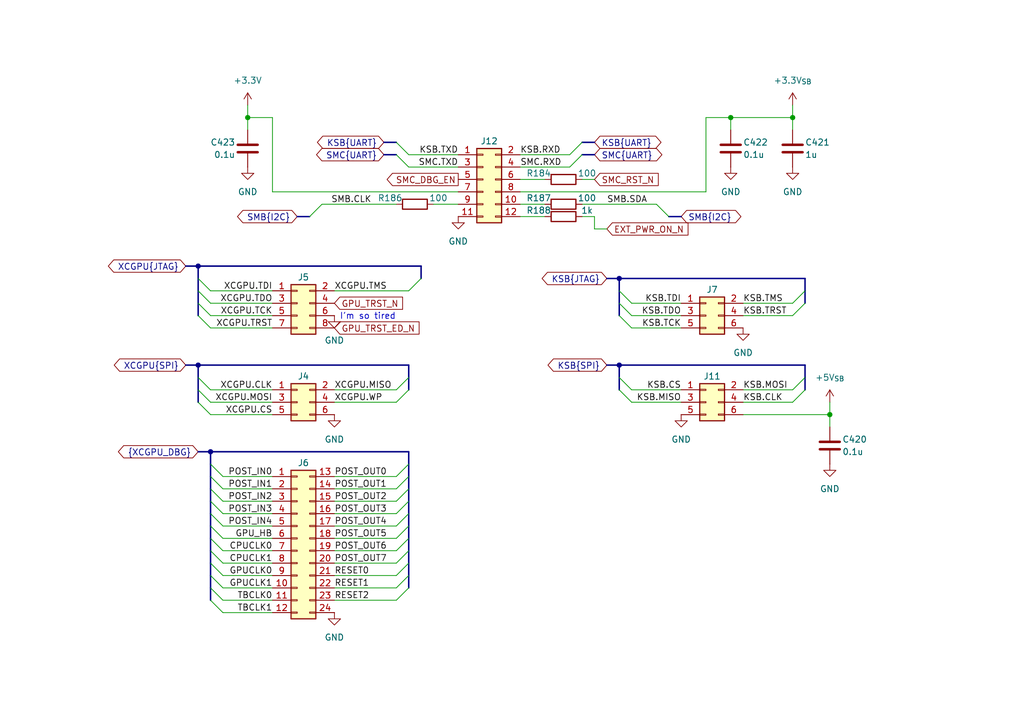
<source format=kicad_sch>
(kicad_sch (version 20250114) (generator "eeschema") (generator_version "9.0")
  (paper "A5")
  (lib_symbols
    (symbol "Connector_Generic:Conn_02x03_Odd_Even" (pin_names (offset 1.016) (hide yes))
      (property "Reference" "J" (at 1.27 5.08 0))
      (property "Value" "Conn_02x03_Odd_Even" (at 1.27 -5.08 0))
      (symbol "Conn_02x03_Odd_Even_1_1"
        (rectangle (start -1.27 3.81) (end 3.81 -3.81) (stroke (width 0.254)) (fill (type background)))
        (rectangle (start -1.27 2.667) (end 0 2.413) (stroke (width 0.1524)))
        (rectangle (start -1.27 0.127) (end 0 -0.127) (stroke (width 0.1524)))
        (rectangle (start -1.27 -2.413) (end 0 -2.667) (stroke (width 0.1524)))
        (rectangle (start 3.81 2.667) (end 2.54 2.413) (stroke (width 0.1524)))
        (rectangle (start 3.81 0.127) (end 2.54 -0.127) (stroke (width 0.1524)))
        (rectangle (start 3.81 -2.413) (end 2.54 -2.667) (stroke (width 0.1524)))
        (pin passive line (at -5.08 2.54 0) (length 3.81) (name "Pin_1") (number "1"))
        (pin passive line (at -5.08 0 0) (length 3.81) (name "Pin_3") (number "3"))
        (pin passive line (at -5.08 -2.54 0) (length 3.81) (name "Pin_5") (number "5"))
        (pin passive line (at 7.62 2.54 180) (length 3.81) (name "Pin_2") (number "2"))
        (pin passive line (at 7.62 0 180) (length 3.81) (name "Pin_4") (number "4"))
        (pin passive line (at 7.62 -2.54 180) (length 3.81) (name "Pin_6") (number "6"))
      )
    )
    (symbol "Connector_Generic:Conn_02x04_Odd_Even" (pin_names (offset 1.016) (hide yes))
      (property "Reference" "J" (at 1.27 5.08 0))
      (property "Value" "Conn_02x04_Odd_Even" (at 1.27 -7.62 0))
      (symbol "Conn_02x04_Odd_Even_1_1"
        (rectangle (start -1.27 3.81) (end 3.81 -6.35) (stroke (width 0.254)) (fill (type background)))
        (rectangle (start -1.27 2.667) (end 0 2.413) (stroke (width 0.1524)))
        (rectangle (start -1.27 0.127) (end 0 -0.127) (stroke (width 0.1524)))
        (rectangle (start -1.27 -2.413) (end 0 -2.667) (stroke (width 0.1524)))
        (rectangle (start -1.27 -4.953) (end 0 -5.207) (stroke (width 0.1524)))
        (rectangle (start 3.81 2.667) (end 2.54 2.413) (stroke (width 0.1524)))
        (rectangle (start 3.81 0.127) (end 2.54 -0.127) (stroke (width 0.1524)))
        (rectangle (start 3.81 -2.413) (end 2.54 -2.667) (stroke (width 0.1524)))
        (rectangle (start 3.81 -4.953) (end 2.54 -5.207) (stroke (width 0.1524)))
        (pin passive line (at -5.08 2.54 0) (length 3.81) (name "Pin_1") (number "1"))
        (pin passive line (at -5.08 0 0) (length 3.81) (name "Pin_3") (number "3"))
        (pin passive line (at -5.08 -2.54 0) (length 3.81) (name "Pin_5") (number "5"))
        (pin passive line (at -5.08 -5.08 0) (length 3.81) (name "Pin_7") (number "7"))
        (pin passive line (at 7.62 2.54 180) (length 3.81) (name "Pin_2") (number "2"))
        (pin passive line (at 7.62 0 180) (length 3.81) (name "Pin_4") (number "4"))
        (pin passive line (at 7.62 -2.54 180) (length 3.81) (name "Pin_6") (number "6"))
        (pin passive line (at 7.62 -5.08 180) (length 3.81) (name "Pin_8") (number "8"))
      )
    )
    (symbol "Connector_Generic:Conn_02x06_Odd_Even" (pin_names (offset 1.016) (hide yes))
      (property "Reference" "J" (at 1.27 7.62 0))
      (property "Value" "Conn_02x06_Odd_Even" (at 1.27 -10.16 0))
      (symbol "Conn_02x06_Odd_Even_1_1"
        (rectangle (start -1.27 6.35) (end 3.81 -8.89) (stroke (width 0.254)) (fill (type background)))
        (rectangle (start -1.27 5.207) (end 0 4.953) (stroke (width 0.1524)))
        (rectangle (start -1.27 2.667) (end 0 2.413) (stroke (width 0.1524)))
        (rectangle (start -1.27 0.127) (end 0 -0.127) (stroke (width 0.1524)))
        (rectangle (start -1.27 -2.413) (end 0 -2.667) (stroke (width 0.1524)))
        (rectangle (start -1.27 -4.953) (end 0 -5.207) (stroke (width 0.1524)))
        (rectangle (start -1.27 -7.493) (end 0 -7.747) (stroke (width 0.1524)))
        (rectangle (start 3.81 5.207) (end 2.54 4.953) (stroke (width 0.1524)))
        (rectangle (start 3.81 2.667) (end 2.54 2.413) (stroke (width 0.1524)))
        (rectangle (start 3.81 0.127) (end 2.54 -0.127) (stroke (width 0.1524)))
        (rectangle (start 3.81 -2.413) (end 2.54 -2.667) (stroke (width 0.1524)))
        (rectangle (start 3.81 -4.953) (end 2.54 -5.207) (stroke (width 0.1524)))
        (rectangle (start 3.81 -7.493) (end 2.54 -7.747) (stroke (width 0.1524)))
        (pin passive line (at -5.08 5.08 0) (length 3.81) (name "Pin_1") (number "1"))
        (pin passive line (at -5.08 2.54 0) (length 3.81) (name "Pin_3") (number "3"))
        (pin passive line (at -5.08 0 0) (length 3.81) (name "Pin_5") (number "5"))
        (pin passive line (at -5.08 -2.54 0) (length 3.81) (name "Pin_7") (number "7"))
        (pin passive line (at -5.08 -5.08 0) (length 3.81) (name "Pin_9") (number "9"))
        (pin passive line (at -5.08 -7.62 0) (length 3.81) (name "Pin_11") (number "11"))
        (pin passive line (at 7.62 5.08 180) (length 3.81) (name "Pin_2") (number "2"))
        (pin passive line (at 7.62 2.54 180) (length 3.81) (name "Pin_4") (number "4"))
        (pin passive line (at 7.62 0 180) (length 3.81) (name "Pin_6") (number "6"))
        (pin passive line (at 7.62 -2.54 180) (length 3.81) (name "Pin_8") (number "8"))
        (pin passive line (at 7.62 -5.08 180) (length 3.81) (name "Pin_10") (number "10"))
        (pin passive line (at 7.62 -7.62 180) (length 3.81) (name "Pin_12") (number "12"))
      )
    )
    (symbol "Connector_Generic:Conn_02x12_Top_Bottom" (pin_names (offset 1.016) (hide yes))
      (property "Reference" "J" (at 1.27 15.24 0))
      (property "Value" "Conn_02x12_Top_Bottom" (at 1.27 -17.78 0))
      (symbol "Conn_02x12_Top_Bottom_1_1"
        (rectangle (start -1.27 13.97) (end 3.81 -16.51) (stroke (width 0.254)) (fill (type background)))
        (rectangle (start -1.27 12.827) (end 0 12.573) (stroke (width 0.1524)))
        (rectangle (start -1.27 10.287) (end 0 10.033) (stroke (width 0.1524)))
        (rectangle (start -1.27 7.747) (end 0 7.493) (stroke (width 0.1524)))
        (rectangle (start -1.27 5.207) (end 0 4.953) (stroke (width 0.1524)))
        (rectangle (start -1.27 2.667) (end 0 2.413) (stroke (width 0.1524)))
        (rectangle (start -1.27 0.127) (end 0 -0.127) (stroke (width 0.1524)))
        (rectangle (start -1.27 -2.413) (end 0 -2.667) (stroke (width 0.1524)))
        (rectangle (start -1.27 -4.953) (end 0 -5.207) (stroke (width 0.1524)))
        (rectangle (start -1.27 -7.493) (end 0 -7.747) (stroke (width 0.1524)))
        (rectangle (start -1.27 -10.033) (end 0 -10.287) (stroke (width 0.1524)))
        (rectangle (start -1.27 -12.573) (end 0 -12.827) (stroke (width 0.1524)))
        (rectangle (start -1.27 -15.113) (end 0 -15.367) (stroke (width 0.1524)))
        (rectangle (start 3.81 12.827) (end 2.54 12.573) (stroke (width 0.1524)))
        (rectangle (start 3.81 10.287) (end 2.54 10.033) (stroke (width 0.1524)))
        (rectangle (start 3.81 7.747) (end 2.54 7.493) (stroke (width 0.1524)))
        (rectangle (start 3.81 5.207) (end 2.54 4.953) (stroke (width 0.1524)))
        (rectangle (start 3.81 2.667) (end 2.54 2.413) (stroke (width 0.1524)))
        (rectangle (start 3.81 0.127) (end 2.54 -0.127) (stroke (width 0.1524)))
        (rectangle (start 3.81 -2.413) (end 2.54 -2.667) (stroke (width 0.1524)))
        (rectangle (start 3.81 -4.953) (end 2.54 -5.207) (stroke (width 0.1524)))
        (rectangle (start 3.81 -7.493) (end 2.54 -7.747) (stroke (width 0.1524)))
        (rectangle (start 3.81 -10.033) (end 2.54 -10.287) (stroke (width 0.1524)))
        (rectangle (start 3.81 -12.573) (end 2.54 -12.827) (stroke (width 0.1524)))
        (rectangle (start 3.81 -15.113) (end 2.54 -15.367) (stroke (width 0.1524)))
        (pin passive line (at -5.08 12.7 0) (length 3.81) (name "Pin_1") (number "1"))
        (pin passive line (at -5.08 10.16 0) (length 3.81) (name "Pin_2") (number "2"))
        (pin passive line (at -5.08 7.62 0) (length 3.81) (name "Pin_3") (number "3"))
        (pin passive line (at -5.08 5.08 0) (length 3.81) (name "Pin_4") (number "4"))
        (pin passive line (at -5.08 2.54 0) (length 3.81) (name "Pin_5") (number "5"))
        (pin passive line (at -5.08 0 0) (length 3.81) (name "Pin_6") (number "6"))
        (pin passive line (at -5.08 -2.54 0) (length 3.81) (name "Pin_7") (number "7"))
        (pin passive line (at -5.08 -5.08 0) (length 3.81) (name "Pin_8") (number "8"))
        (pin passive line (at -5.08 -7.62 0) (length 3.81) (name "Pin_9") (number "9"))
        (pin passive line (at -5.08 -10.16 0) (length 3.81) (name "Pin_10") (number "10"))
        (pin passive line (at -5.08 -12.7 0) (length 3.81) (name "Pin_11") (number "11"))
        (pin passive line (at -5.08 -15.24 0) (length 3.81) (name "Pin_12") (number "12"))
        (pin passive line (at 7.62 12.7 180) (length 3.81) (name "Pin_13") (number "13"))
        (pin passive line (at 7.62 10.16 180) (length 3.81) (name "Pin_14") (number "14"))
        (pin passive line (at 7.62 7.62 180) (length 3.81) (name "Pin_15") (number "15"))
        (pin passive line (at 7.62 5.08 180) (length 3.81) (name "Pin_16") (number "16"))
        (pin passive line (at 7.62 2.54 180) (length 3.81) (name "Pin_17") (number "17"))
        (pin passive line (at 7.62 0 180) (length 3.81) (name "Pin_18") (number "18"))
        (pin passive line (at 7.62 -2.54 180) (length 3.81) (name "Pin_19") (number "19"))
        (pin passive line (at 7.62 -5.08 180) (length 3.81) (name "Pin_20") (number "20"))
        (pin passive line (at 7.62 -7.62 180) (length 3.81) (name "Pin_21") (number "21"))
        (pin passive line (at 7.62 -10.16 180) (length 3.81) (name "Pin_22") (number "22"))
        (pin passive line (at 7.62 -12.7 180) (length 3.81) (name "Pin_23") (number "23"))
        (pin passive line (at 7.62 -15.24 180) (length 3.81) (name "Pin_24") (number "24"))
      )
    )
    (symbol "Device:C" (pin_numbers (hide yes)) (pin_names (offset 0.254))
      (property "Reference" "C" (at 0.635 2.54 0))
      (property "Value" "C" (at 0.635 -2.54 0))
      (symbol "C_0_1"
        (polyline (pts (xy -2.032 0.762) (xy 2.032 0.762)) (stroke (width 0.508)))
        (polyline (pts (xy -2.032 -0.762) (xy 2.032 -0.762)) (stroke (width 0.508)))
      )
      (symbol "C_1_1"
        (pin passive line (at 0 3.81 270) (length 2.794) (name "~") (number "1"))
        (pin passive line (at 0 -3.81 90) (length 2.794) (name "~") (number "2"))
      )
    )
    (symbol "Device:R" (pin_numbers (hide yes)) (pin_names (offset 0))
      (property "Reference" "R" (at 2.032 0 90))
      (property "Value" "R" (at 0 0 90))
      (symbol "R_0_1"
        (rectangle (start -1.016 -2.54) (end 1.016 2.54) (stroke (width 0.254)))
      )
      (symbol "R_1_1"
        (pin passive line (at 0 3.81 270) (length 1.27) (name "~") (number "1"))
        (pin passive line (at 0 -3.81 90) (length 1.27) (name "~") (number "2"))
      )
    )
    (symbol "power:+3.3V" (power) (pin_numbers (hide yes)) (pin_names (offset 0) (hide yes))
      (property "Value" "+3.3V" (at 0 3.556 0))
      (symbol "+3.3V_0_1"
        (polyline (pts (xy -0.762 1.27) (xy 0 2.54)))
        (polyline (pts (xy 0 2.54) (xy 0.762 1.27)))
        (polyline (pts (xy 0 0) (xy 0 2.54)))
      )
      (symbol "+3.3V_1_1"
        (pin power_in line (at 0 0 90) (length 0) (name "~") (number "1"))
      )
    )
    (symbol "power:+5V" (power) (pin_numbers (hide yes)) (pin_names (offset 0) (hide yes))
      (property "Value" "+5V" (at 0 3.556 0))
      (symbol "+5V_0_1"
        (polyline (pts (xy -0.762 1.27) (xy 0 2.54)))
        (polyline (pts (xy 0 2.54) (xy 0.762 1.27)))
        (polyline (pts (xy 0 0) (xy 0 2.54)))
      )
      (symbol "+5V_1_1"
        (pin power_in line (at 0 0 90) (length 0) (name "~") (number "1"))
      )
    )
    (symbol "power:GND" (power) (pin_numbers (hide yes)) (pin_names (offset 0) (hide yes))
      (property "Value" "GND" (at 0 -3.81 0))
      (symbol "GND_0_1"
        (polyline (pts (xy 0 0) (xy 0 -1.27) (xy 1.27 -1.27) (xy 0 -2.54) (xy -1.27 -1.27) (xy 0 -1.27)))
      )
      (symbol "GND_1_1"
        (pin power_in line (at 0 0 270) (length 0) (name "~") (number "1"))
      )
    )
  )
  (text "I'm so tired" (at 75.438 65.024 0) (effects (font (size 1.27 1.27))))
  (junction (at 40.64 54.61))
  (junction (at 162.56 24.13))
  (junction (at 127 74.93))
  (junction (at 127 57.15))
  (junction (at 43.18 92.71))
  (junction (at 149.86 24.13))
  (junction (at 40.64 74.93))
  (junction (at 50.8 24.13))
  (junction (at 170.18 85.09))
  (bus_entry (at 127 62.23) (size 2.54 2.54))
  (bus_entry (at 165.1 59.69) (size -2.54 2.54))
  (bus_entry (at 40.64 64.77) (size 2.54 2.54))
  (bus_entry (at 83.82 115.57) (size -2.54 2.54))
  (bus_entry (at 63.5 44.45) (size 2.54 -2.54))
  (bus_entry (at 127 64.77) (size 2.54 2.54))
  (bus_entry (at 83.82 102.87) (size -2.54 2.54))
  (bus_entry (at 83.82 113.03) (size -2.54 2.54))
  (bus_entry (at 127 80.01) (size 2.54 2.54))
  (bus_entry (at 43.18 113.03) (size 2.54 2.54))
  (bus_entry (at 40.64 57.15) (size 2.54 2.54))
  (bus_entry (at 83.82 95.25) (size -2.54 2.54))
  (bus_entry (at 43.18 97.79) (size 2.54 2.54))
  (bus_entry (at 83.82 77.47) (size -2.54 2.54))
  (bus_entry (at 40.64 59.69) (size 2.54 2.54))
  (bus_entry (at 43.18 115.57) (size 2.54 2.54))
  (bus_entry (at 40.64 77.47) (size 2.54 2.54))
  (bus_entry (at 43.18 110.49) (size 2.54 2.54))
  (bus_entry (at 40.64 82.55) (size 2.54 2.54))
  (bus_entry (at 81.28 31.75) (size 2.54 2.54))
  (bus_entry (at 40.64 62.23) (size 2.54 2.54))
  (bus_entry (at 119.38 29.21) (size -2.54 2.54))
  (bus_entry (at 83.82 80.01) (size -2.54 2.54))
  (bus_entry (at 43.18 107.95) (size 2.54 2.54))
  (bus_entry (at 137.16 44.45) (size -2.54 -2.54))
  (bus_entry (at 43.18 123.19) (size 2.54 2.54))
  (bus_entry (at 43.18 95.25) (size 2.54 2.54))
  (bus_entry (at 43.18 105.41) (size 2.54 2.54))
  (bus_entry (at 119.38 31.75) (size -2.54 2.54))
  (bus_entry (at 43.18 118.11) (size 2.54 2.54))
  (bus_entry (at 43.18 102.87) (size 2.54 2.54))
  (bus_entry (at 43.18 120.65) (size 2.54 2.54))
  (bus_entry (at 43.18 100.33) (size 2.54 2.54))
  (bus_entry (at 83.82 107.95) (size -2.54 2.54))
  (bus_entry (at 83.82 97.79) (size -2.54 2.54))
  (bus_entry (at 83.82 105.41) (size -2.54 2.54))
  (bus_entry (at 83.82 118.11) (size -2.54 2.54))
  (bus_entry (at 86.36 57.15) (size -2.54 2.54))
  (bus_entry (at 83.82 100.33) (size -2.54 2.54))
  (bus_entry (at 83.82 110.49) (size -2.54 2.54))
  (bus_entry (at 127 77.47) (size 2.54 2.54))
  (bus_entry (at 165.1 62.23) (size -2.54 2.54))
  (bus_entry (at 165.1 80.01) (size -2.54 2.54))
  (bus_entry (at 83.82 120.65) (size -2.54 2.54))
  (bus_entry (at 127 59.69) (size 2.54 2.54))
  (bus_entry (at 81.28 29.21) (size 2.54 2.54))
  (bus_entry (at 165.1 77.47) (size -2.54 2.54))
  (bus_entry (at 40.64 80.01) (size 2.54 2.54))
  (wire (pts (xy 129.54 82.55) (xy 139.7 82.55)))
  (bus (pts (xy 83.82 105.41) (xy 83.82 107.95)))
  (wire (pts (xy 162.56 24.13) (xy 162.56 26.67)))
  (wire (pts (xy 68.58 113.03) (xy 81.28 113.03)))
  (bus (pts (xy 43.18 105.41) (xy 43.18 107.95)))
  (wire (pts (xy 144.78 24.13) (xy 149.86 24.13)))
  (bus (pts (xy 43.18 92.71) (xy 43.18 95.25)))
  (wire (pts (xy 106.68 44.45) (xy 111.76 44.45)))
  (bus (pts (xy 127 57.15) (xy 127 59.69)))
  (wire (pts (xy 45.72 123.19) (xy 55.88 123.19)))
  (wire (pts (xy 50.8 21.59) (xy 50.8 24.13)))
  (bus (pts (xy 127 59.69) (xy 127 62.23)))
  (bus (pts (xy 40.64 62.23) (xy 40.64 59.69)))
  (bus (pts (xy 83.82 113.03) (xy 83.82 115.57)))
  (wire (pts (xy 68.58 80.01) (xy 81.28 80.01)))
  (bus (pts (xy 60.96 44.45) (xy 63.5 44.45)))
  (wire (pts (xy 45.72 118.11) (xy 55.88 118.11)))
  (wire (pts (xy 149.86 24.13) (xy 149.86 26.67)))
  (wire (pts (xy 43.18 62.23) (xy 55.88 62.23)))
  (wire (pts (xy 68.58 82.55) (xy 81.28 82.55)))
  (wire (pts (xy 43.18 59.69) (xy 55.88 59.69)))
  (bus (pts (xy 43.18 115.57) (xy 43.18 118.11)))
  (bus (pts (xy 124.46 74.93) (xy 127 74.93)))
  (wire (pts (xy 66.04 41.91) (xy 81.28 41.91)))
  (wire (pts (xy 170.18 85.09) (xy 170.18 87.63)))
  (wire (pts (xy 43.18 82.55) (xy 55.88 82.55)))
  (wire (pts (xy 121.92 36.83) (xy 119.38 36.83)))
  (wire (pts (xy 55.88 85.09) (xy 43.18 85.09)))
  (wire (pts (xy 68.58 97.79) (xy 81.28 97.79)))
  (wire (pts (xy 68.58 118.11) (xy 81.28 118.11)))
  (bus (pts (xy 165.1 74.93) (xy 127 74.93)))
  (bus (pts (xy 40.64 77.47) (xy 40.64 80.01)))
  (bus (pts (xy 165.1 57.15) (xy 127 57.15)))
  (wire (pts (xy 45.72 110.49) (xy 55.88 110.49)))
  (wire (pts (xy 45.72 102.87) (xy 55.88 102.87)))
  (wire (pts (xy 121.92 44.45) (xy 121.92 46.99)))
  (bus (pts (xy 121.92 29.21) (xy 119.38 29.21)))
  (wire (pts (xy 43.18 80.01) (xy 55.88 80.01)))
  (wire (pts (xy 116.84 31.75) (xy 106.68 31.75)))
  (wire (pts (xy 116.84 34.29) (xy 106.68 34.29)))
  (bus (pts (xy 40.64 64.77) (xy 40.64 62.23)))
  (wire (pts (xy 68.58 105.41) (xy 81.28 105.41)))
  (wire (pts (xy 45.72 100.33) (xy 55.88 100.33)))
  (bus (pts (xy 43.18 107.95) (xy 43.18 110.49)))
  (wire (pts (xy 68.58 107.95) (xy 81.28 107.95)))
  (bus (pts (xy 127 62.23) (xy 127 64.77)))
  (bus (pts (xy 124.46 57.15) (xy 127 57.15)))
  (wire (pts (xy 111.76 41.91) (xy 106.68 41.91)))
  (wire (pts (xy 45.72 107.95) (xy 55.88 107.95)))
  (bus (pts (xy 43.18 100.33) (xy 43.18 102.87)))
  (wire (pts (xy 50.8 24.13) (xy 50.8 26.67)))
  (wire (pts (xy 106.68 39.37) (xy 144.78 39.37)))
  (bus (pts (xy 83.82 107.95) (xy 83.82 110.49)))
  (wire (pts (xy 121.92 46.99) (xy 124.46 46.99)))
  (wire (pts (xy 45.72 120.65) (xy 55.88 120.65)))
  (wire (pts (xy 55.88 24.13) (xy 55.88 39.37)))
  (wire (pts (xy 152.4 62.23) (xy 162.56 62.23)))
  (wire (pts (xy 83.82 31.75) (xy 93.98 31.75)))
  (wire (pts (xy 55.88 39.37) (xy 93.98 39.37)))
  (bus (pts (xy 43.18 95.25) (xy 43.18 97.79)))
  (bus (pts (xy 83.82 92.71) (xy 83.82 95.25)))
  (wire (pts (xy 170.18 85.09) (xy 152.4 85.09)))
  (wire (pts (xy 68.58 120.65) (xy 81.28 120.65)))
  (wire (pts (xy 68.58 102.87) (xy 81.28 102.87)))
  (wire (pts (xy 45.72 105.41) (xy 55.88 105.41)))
  (bus (pts (xy 43.18 97.79) (xy 43.18 100.33)))
  (wire (pts (xy 162.56 21.59) (xy 162.56 24.13)))
  (bus (pts (xy 139.7 44.45) (xy 137.16 44.45)))
  (bus (pts (xy 83.82 118.11) (xy 83.82 120.65)))
  (bus (pts (xy 43.18 113.03) (xy 43.18 115.57)))
  (wire (pts (xy 68.58 100.33) (xy 81.28 100.33)))
  (wire (pts (xy 68.58 110.49) (xy 81.28 110.49)))
  (wire (pts (xy 134.62 41.91) (xy 119.38 41.91)))
  (wire (pts (xy 111.76 36.83) (xy 106.68 36.83)))
  (bus (pts (xy 127 77.47) (xy 127 80.01)))
  (wire (pts (xy 88.9 41.91) (xy 93.98 41.91)))
  (bus (pts (xy 83.82 74.93) (xy 40.64 74.93)))
  (bus (pts (xy 38.1 54.61) (xy 40.64 54.61)))
  (bus (pts (xy 40.64 80.01) (xy 40.64 82.55)))
  (bus (pts (xy 40.64 59.69) (xy 40.64 57.15)))
  (bus (pts (xy 121.92 31.75) (xy 119.38 31.75)))
  (bus (pts (xy 43.18 110.49) (xy 43.18 113.03)))
  (bus (pts (xy 83.82 97.79) (xy 83.82 100.33)))
  (wire (pts (xy 68.58 123.19) (xy 81.28 123.19)))
  (wire (pts (xy 43.18 64.77) (xy 55.88 64.77)))
  (wire (pts (xy 152.4 64.77) (xy 162.56 64.77)))
  (bus (pts (xy 83.82 100.33) (xy 83.82 102.87)))
  (bus (pts (xy 40.64 74.93) (xy 40.64 77.47)))
  (bus (pts (xy 40.64 92.71) (xy 43.18 92.71)))
  (wire (pts (xy 129.54 67.31) (xy 139.7 67.31)))
  (wire (pts (xy 43.18 67.31) (xy 55.88 67.31)))
  (bus (pts (xy 83.82 95.25) (xy 83.82 97.79)))
  (wire (pts (xy 45.72 115.57) (xy 55.88 115.57)))
  (bus (pts (xy 43.18 102.87) (xy 43.18 105.41)))
  (bus (pts (xy 40.64 54.61) (xy 40.64 57.15)))
  (bus (pts (xy 83.82 77.47) (xy 83.82 80.01)))
  (wire (pts (xy 45.72 97.79) (xy 55.88 97.79)))
  (wire (pts (xy 45.72 125.73) (xy 55.88 125.73)))
  (bus (pts (xy 43.18 92.71) (xy 83.82 92.71)))
  (bus (pts (xy 83.82 102.87) (xy 83.82 105.41)))
  (bus (pts (xy 78.74 29.21) (xy 81.28 29.21)))
  (wire (pts (xy 152.4 80.01) (xy 162.56 80.01)))
  (bus (pts (xy 165.1 74.93) (xy 165.1 77.47)))
  (bus (pts (xy 165.1 77.47) (xy 165.1 80.01)))
  (bus (pts (xy 40.64 54.61) (xy 86.36 54.61)))
  (wire (pts (xy 119.38 44.45) (xy 121.92 44.45)))
  (bus (pts (xy 83.82 110.49) (xy 83.82 113.03)))
  (wire (pts (xy 50.8 24.13) (xy 55.88 24.13)))
  (wire (pts (xy 129.54 62.23) (xy 139.7 62.23)))
  (wire (pts (xy 45.72 113.03) (xy 55.88 113.03)))
  (wire (pts (xy 68.58 59.69) (xy 83.82 59.69)))
  (bus (pts (xy 78.74 31.75) (xy 81.28 31.75)))
  (bus (pts (xy 83.82 115.57) (xy 83.82 118.11)))
  (bus (pts (xy 86.36 54.61) (xy 86.36 57.15)))
  (bus (pts (xy 43.18 120.65) (xy 43.18 123.19)))
  (wire (pts (xy 162.56 24.13) (xy 149.86 24.13)))
  (bus (pts (xy 38.1 74.93) (xy 40.64 74.93)))
  (wire (pts (xy 68.58 115.57) (xy 81.28 115.57)))
  (bus (pts (xy 165.1 57.15) (xy 165.1 59.69)))
  (bus (pts (xy 127 74.93) (xy 127 77.47)))
  (bus (pts (xy 165.1 59.69) (xy 165.1 62.23)))
  (wire (pts (xy 152.4 82.55) (xy 162.56 82.55)))
  (wire (pts (xy 83.82 34.29) (xy 93.98 34.29)))
  (bus (pts (xy 83.82 74.93) (xy 83.82 77.47)))
  (wire (pts (xy 129.54 64.77) (xy 139.7 64.77)))
  (wire (pts (xy 129.54 80.01) (xy 139.7 80.01)))
  (wire (pts (xy 144.78 24.13) (xy 144.78 39.37)))
  (bus (pts (xy 43.18 118.11) (xy 43.18 120.65)))
  (wire (pts (xy 170.18 82.55) (xy 170.18 85.09)))
  (label "POST_OUT1" (at 68.58 100.33 0))
  (label "KSB.RXD" (at 106.68 31.75 0))
  (label "XCGPU.TDI" (at 55.88 59.69 180))
  (label "KSB.MISO" (at 139.7 82.55 180))
  (label "POST_IN3" (at 55.88 105.41 180))
  (label "SMB.SDA" (at 124.46 41.91 0))
  (label "XCGPU.TMS" (at 68.58 59.69 0))
  (label "TBCLK1" (at 55.88 125.73 180))
  (label "XCGPU.CLK" (at 55.88 80.01 180))
  (label "GPUCLK0" (at 55.88 118.11 180))
  (label "XCGPU.MOSI" (at 55.88 82.55 180))
  (label "RESET1" (at 68.58 120.65 0))
  (label "RESET0" (at 68.58 118.11 0))
  (label "KSB.TXD" (at 93.98 31.75 180))
  (label "SMC.TXD" (at 93.98 34.29 180))
  (label "RESET2" (at 68.58 123.19 0))
  (label "XCGPU.MISO" (at 68.58 80.01 0))
  (label "XCGPU.WP" (at 68.58 82.55 0))
  (label "KSB.TCK" (at 139.7 67.31 180))
  (label "KSB.TDO" (at 139.7 64.77 180))
  (label "POST_IN0" (at 55.88 97.79 180))
  (label "KSB.TMS" (at 152.4 62.23 0))
  (label "CPUCLK0" (at 55.88 113.03 180))
  (label "POST_OUT7" (at 68.58 115.57 0))
  (label "XCGPU.TCK" (at 55.88 64.77 180))
  (label "POST_OUT6" (at 68.58 113.03 0))
  (label "XCGPU.CS" (at 55.88 85.09 180))
  (label "CPUCLK1" (at 55.88 115.57 180))
  (label "GPUCLK1" (at 55.88 120.65 180))
  (label "POST_IN1" (at 55.88 100.33 180))
  (label "KSB.MOSI" (at 152.4 80.01 0))
  (label "POST_OUT4" (at 68.58 107.95 0))
  (label "GPU_HB" (at 55.88 110.49 180))
  (label "POST_OUT5" (at 68.58 110.49 0))
  (label "POST_OUT3" (at 68.58 105.41 0))
  (label "KSB.TRST" (at 152.4 64.77 0))
  (label "SMB.CLK" (at 76.2 41.91 180))
  (label "POST_IN4" (at 55.88 107.95 180))
  (label "KSB.CS" (at 139.7 80.01 180))
  (label "KSB.TDI" (at 139.7 62.23 180))
  (label "POST_OUT2" (at 68.58 102.87 0))
  (label "XCGPU.TRST" (at 55.88 67.31 180))
  (label "KSB.CLK" (at 152.4 82.55 0))
  (label "SMC.RXD" (at 106.68 34.29 0))
  (label "POST_OUT0" (at 68.58 97.79 0))
  (label "TBCLK0" (at 55.88 123.19 180))
  (label "XCGPU.TDO" (at 55.88 62.23 180))
  (label "POST_IN2" (at 55.88 102.87 180))
  (global_label "{XCGPU_DBG}" (shape bidirectional) (at 40.64 92.71 180) (property "Intersheetrefs" "${INTERSHEET_REFS}" (at 23.7225 92.71 0) (effects (justify right))))
  (global_label "SMB{I2C}" (shape bidirectional) (at 60.96 44.45 180) (property "Intersheetrefs" "${INTERSHEET_REFS}" (at 48.1549 44.45 0) (effects (justify right))))
  (global_label "GPU_TRST_ED_N" (shape input) (at 68.58 67.31 0) (property "Intersheetrefs" "${INTERSHEET_REFS}" (at 86.5027 67.31 0) (effects (justify left))))
  (global_label "SMC{UART}" (shape bidirectional) (at 121.92 31.75 0) (property "Intersheetrefs" "${INTERSHEET_REFS}" (at 136.2975 31.75 0) (effects (justify left))))
  (global_label "EXT_PWR_ON_N" (shape input) (at 124.46 46.99 0) (property "Intersheetrefs" "${INTERSHEET_REFS}" (at 141.657 46.99 0) (effects (justify left))))
  (global_label "GPU_TRST_N" (shape input) (at 68.58 62.23 0) (property "Intersheetrefs" "${INTERSHEET_REFS}" (at 83.1161 62.23 0) (effects (justify left))))
  (global_label "SMC_DBG_EN" (shape output) (at 93.98 36.83 180) (property "Intersheetrefs" "${INTERSHEET_REFS}" (at 78.8392 36.83 0) (effects (justify right))))
  (global_label "SMC{UART}" (shape bidirectional) (at 78.74 31.75 180) (property "Intersheetrefs" "${INTERSHEET_REFS}" (at 64.3625 31.75 0) (effects (justify right))))
  (global_label "KSB{UART}" (shape bidirectional) (at 121.92 29.21 0) (property "Intersheetrefs" "${INTERSHEET_REFS}" (at 136.1161 29.21 0) (effects (justify left))))
  (global_label "XCGPU{SPI}" (shape bidirectional) (at 38.1 74.93 180) (property "Intersheetrefs" "${INTERSHEET_REFS}" (at 22.8758 74.93 0) (effects (justify right))))
  (global_label "SMC_RST_N" (shape input) (at 121.92 36.83 0) (property "Intersheetrefs" "${INTERSHEET_REFS}" (at 135.5489 36.83 0) (effects (justify left))))
  (global_label "KSB{JTAG}" (shape bidirectional) (at 124.46 57.15 180) (property "Intersheetrefs" "${INTERSHEET_REFS}" (at 110.6268 57.15 0) (effects (justify right))))
  (global_label "KSB{UART}" (shape bidirectional) (at 78.74 29.21 180) (property "Intersheetrefs" "${INTERSHEET_REFS}" (at 64.5439 29.21 0) (effects (justify right))))
  (global_label "XCGPU{JTAG}" (shape bidirectional) (at 38.1 54.61 180) (property "Intersheetrefs" "${INTERSHEET_REFS}" (at 21.6663 54.61 0) (effects (justify right))))
  (global_label "KSB{SPI}" (shape bidirectional) (at 124.46 74.93 180) (property "Intersheetrefs" "${INTERSHEET_REFS}" (at 111.8363 74.93 0) (effects (justify right))))
  (global_label "SMB{I2C}" (shape bidirectional) (at 139.7 44.45 0) (property "Intersheetrefs" "${INTERSHEET_REFS}" (at 152.5051 44.45 0) (effects (justify left))))
  (symbol (lib_id "power:GND") (at 93.98 44.45 0) (unit 1)
    (property "Reference" "#PWR0388" (effects (hide yes)))
    (property "Value" "GND" (at 93.98 49.53 0))
    (property "Description" "Power symbol creates a global label with name \"GND\" , ground" (effects (hide yes)))
  )
  (symbol (lib_id "power:GND") (at 68.58 85.09 0) (unit 1)
    (property "Reference" "#PWR0234" (effects (hide yes)))
    (property "Value" "GND" (at 68.58 90.17 0))
    (property "Description" "Power symbol creates a global label with name \"GND\" , ground" (effects (hide yes)))
  )
  (symbol (lib_id "Connector_Generic:Conn_02x03_Odd_Even") (at 60.96 82.55 0) (unit 1)
    (property "Reference" "J4" (at 62.23 77.216 0))
    (property "Value" "Conn_02x03_Odd_Even" (effects (hide yes)))
    (property "Description" "Generic connector, double row, 02x03, odd/even pin numbering scheme (row 1 odd numbers, row 2 even numbers), script generated (kicad-library-utils/schlib/autogen/connector/)" (effects (hide yes)))
  )
  (symbol (lib_id "power:GND") (at 162.56 34.29 0) (unit 1)
    (property "Reference" "#PWR0384" (effects (hide yes)))
    (property "Value" "GND" (at 162.56 39.37 0))
    (property "Description" "Power symbol creates a global label with name \"GND\" , ground" (effects (hide yes)))
  )
  (symbol (lib_id "Device:C") (at 170.18 91.44 0) (unit 1)
    (property "Reference" "C420" (at 172.72 90.17 0) (effects (justify left)))
    (property "Value" "0.1u" (at 172.72 92.71 0) (effects (justify left)))
    (property "Description" "Unpolarized capacitor" (effects (hide yes)))
  )
  (symbol (lib_id "Device:C") (at 50.8 30.48 0) (mirror y) (unit 1)
    (property "Reference" "C423" (at 48.26 29.21 0) (effects (justify left)))
    (property "Value" "0.1u" (at 48.26 31.75 0) (effects (justify left)))
    (property "Description" "Unpolarized capacitor" (effects (hide yes)))
  )
  (symbol (lib_id "Device:R") (at 115.57 36.83 90) (unit 1)
    (property "Reference" "R184" (at 110.49 35.56 90))
    (property "Value" "100" (at 120.396 35.56 90))
    (property "Description" "Resistor" (effects (hide yes)))
  )
  (symbol (lib_id "power:GND") (at 50.8 34.29 0) (mirror y) (unit 1)
    (property "Reference" "#PWR0386" (effects (hide yes)))
    (property "Value" "GND" (at 50.8 39.37 0))
    (property "Description" "Power symbol creates a global label with name \"GND\" , ground" (effects (hide yes)))
  )
  (symbol (lib_id "power:+3.3V") (at 50.8 21.59 0) (unit 1)
    (property "Reference" "#PWR0387" (effects (hide yes)))
    (property "Value" "+3.3V" (at 50.8 16.51 0))
    (property "Description" "Power symbol creates a global label with name \"+3.3V\"" (effects (hide yes)))
  )
  (symbol (lib_id "Device:R") (at 85.09 41.91 90) (unit 1)
    (property "Reference" "R186" (at 80.01 40.64 90))
    (property "Value" "100" (at 89.916 40.64 90))
    (property "Description" "Resistor" (effects (hide yes)))
  )
  (symbol (lib_id "Connector_Generic:Conn_02x03_Odd_Even") (at 144.78 82.55 0) (unit 1)
    (property "Reference" "J11" (at 146.05 77.216 0))
    (property "Value" "Conn_02x03_Odd_Even" (effects (hide yes)))
    (property "Description" "Generic connector, double row, 02x03, odd/even pin numbering scheme (row 1 odd numbers, row 2 even numbers), script generated (kicad-library-utils/schlib/autogen/connector/)" (effects (hide yes)))
  )
  (symbol (lib_id "Connector_Generic:Conn_02x03_Odd_Even") (at 144.78 64.77 0) (unit 1)
    (property "Reference" "J7" (at 146.05 59.436 0))
    (property "Value" "Conn_02x03_Odd_Even" (effects (hide yes)))
    (property "Description" "Generic connector, double row, 02x03, odd/even pin numbering scheme (row 1 odd numbers, row 2 even numbers), script generated (kicad-library-utils/schlib/autogen/connector/)" (effects (hide yes)))
  )
  (symbol (lib_id "Connector_Generic:Conn_02x04_Odd_Even") (at 60.96 62.23 0) (unit 1)
    (property "Reference" "J5" (at 62.23 56.896 0))
    (property "Value" "Conn_02x04_Odd_Even" (effects (hide yes)))
    (property "Description" "Generic connector, double row, 02x04, odd/even pin numbering scheme (row 1 odd numbers, row 2 even numbers), script generated (kicad-library-utils/schlib/autogen/connector/)" (effects (hide yes)))
  )
  (symbol (lib_id "power:GND") (at 170.18 95.25 0) (unit 1)
    (property "Reference" "#PWR0378" (effects (hide yes)))
    (property "Value" "GND" (at 170.18 100.33 0))
    (property "Description" "Power symbol creates a global label with name \"GND\" , ground" (effects (hide yes)))
  )
  (symbol (lib_id "power:GND") (at 68.58 125.73 0) (unit 1)
    (property "Reference" "#PWR035" (effects (hide yes)))
    (property "Value" "GND" (at 68.58 130.81 0))
    (property "Description" "Power symbol creates a global label with name \"GND\" , ground" (effects (hide yes)))
  )
  (symbol (lib_id "power:+5V") (at 170.18 82.55 0) (unit 1)
    (property "Reference" "#PWR0377" (effects (hide yes)))
    (property "Value" "+5V_{SB}" (at 170.18 77.47 0))
    (property "Description" "Power symbol creates a global label with name \"+5V\"" (effects (hide yes)))
  )
  (symbol (lib_id "power:GND") (at 152.4 67.31 0) (unit 1)
    (property "Reference" "#PWR0257" (effects (hide yes)))
    (property "Value" "GND" (at 152.4 72.39 0))
    (property "Description" "Power symbol creates a global label with name \"GND\" , ground" (effects (hide yes)))
  )
  (symbol (lib_id "power:GND") (at 149.86 34.29 0) (unit 1)
    (property "Reference" "#PWR0385" (effects (hide yes)))
    (property "Value" "GND" (at 149.86 39.37 0))
    (property "Description" "Power symbol creates a global label with name \"GND\" , ground" (effects (hide yes)))
  )
  (symbol (lib_id "Connector_Generic:Conn_02x06_Odd_Even") (at 99.06 36.83 0) (unit 1)
    (property "Reference" "J12" (at 100.33 28.956 0))
    (property "Value" "Conn_02x06_Odd_Even" (effects (hide yes)))
    (property "Description" "Generic connector, double row, 02x06, odd/even pin numbering scheme (row 1 odd numbers, row 2 even numbers), script generated (kicad-library-utils/schlib/autogen/connector/)" (effects (hide yes)))
  )
  (symbol (lib_id "Device:C") (at 162.56 30.48 0) (unit 1)
    (property "Reference" "C421" (at 165.1 29.21 0) (effects (justify left)))
    (property "Value" "1u" (at 165.1 31.75 0) (effects (justify left)))
    (property "Description" "Unpolarized capacitor" (effects (hide yes)))
  )
  (symbol (lib_id "Connector_Generic:Conn_02x12_Top_Bottom") (at 60.96 110.49 0) (unit 1)
    (property "Reference" "J6" (at 62.23 94.996 0))
    (property "Value" "Conn_02x12_Top_Bottom" (effects (hide yes)))
    (property "Description" "Generic connector, double row, 02x12, top/bottom pin numbering scheme (row 1: 1...pins_per_row, row2: pins_per_row+1 ... num_pins), script generated (kicad-library-utils/schlib/autogen/connector/)" (effects (hide yes)))
  )
  (symbol (lib_id "Device:R") (at 115.57 41.91 90) (unit 1)
    (property "Reference" "R187" (at 110.49 40.64 90))
    (property "Value" "100" (at 120.396 40.64 90))
    (property "Description" "Resistor" (effects (hide yes)))
  )
  (symbol (lib_id "power:GND") (at 68.58 64.77 0) (unit 1)
    (property "Reference" "#PWR088" (effects (hide yes)))
    (property "Value" "GND" (at 68.58 69.85 0))
    (property "Description" "Power symbol creates a global label with name \"GND\" , ground" (effects (hide yes)))
  )
  (symbol (lib_id "power:GND") (at 139.7 85.09 0) (unit 1)
    (property "Reference" "#PWR0376" (effects (hide yes)))
    (property "Value" "GND" (at 139.7 90.17 0))
    (property "Description" "Power symbol creates a global label with name \"GND\" , ground" (effects (hide yes)))
  )
  (symbol (lib_id "Device:R") (at 115.57 44.45 90) (unit 1)
    (property "Reference" "R188" (at 110.49 43.18 90))
    (property "Value" "1k" (at 120.396 43.18 90))
    (property "Description" "Resistor" (effects (hide yes)))
  )
  (symbol (lib_id "Device:C") (at 149.86 30.48 0) (unit 1)
    (property "Reference" "C422" (at 152.4 29.21 0) (effects (justify left)))
    (property "Value" "0.1u" (at 152.4 31.75 0) (effects (justify left)))
    (property "Description" "Unpolarized capacitor" (effects (hide yes)))
  )
  (symbol (lib_id "power:+3.3V") (at 162.56 21.59 0) (unit 1)
    (property "Reference" "#PWR0383" (effects (hide yes)))
    (property "Value" "+3.3V_{SB}" (at 162.56 16.51 0))
    (property "Description" "Power symbol creates a global label with name \"+3.3V\"" (effects (hide yes)))
  )
)
</source>
